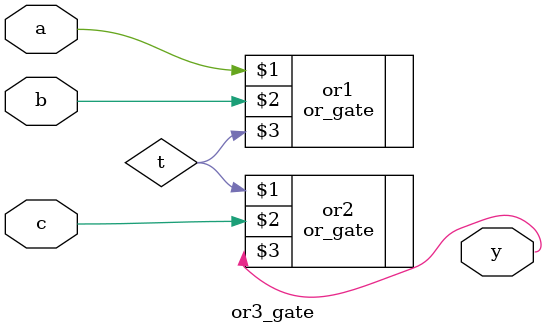
<source format=v>
`timescale  1ns / 1ps

module or3_gate (
  input wire a, // 入力A
  input wire b, // 入力B
  input wire c, // 入力C
  output wire y // 出力Y = A OR B OR C
);
wire t;

or_gate or1 (a, b, t);
or_gate or2 (t, c, y);
endmodule
</source>
